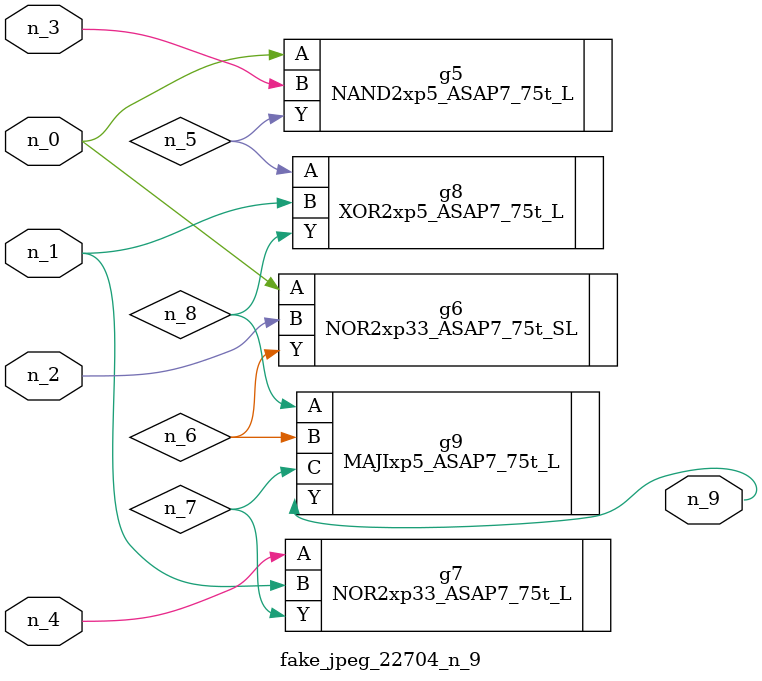
<source format=v>
module fake_jpeg_22704_n_9 (n_3, n_2, n_1, n_0, n_4, n_9);

input n_3;
input n_2;
input n_1;
input n_0;
input n_4;

output n_9;

wire n_8;
wire n_6;
wire n_5;
wire n_7;

NAND2xp5_ASAP7_75t_L g5 ( 
.A(n_0),
.B(n_3),
.Y(n_5)
);

NOR2xp33_ASAP7_75t_SL g6 ( 
.A(n_0),
.B(n_2),
.Y(n_6)
);

NOR2xp33_ASAP7_75t_L g7 ( 
.A(n_4),
.B(n_1),
.Y(n_7)
);

XOR2xp5_ASAP7_75t_L g8 ( 
.A(n_5),
.B(n_1),
.Y(n_8)
);

MAJIxp5_ASAP7_75t_L g9 ( 
.A(n_8),
.B(n_6),
.C(n_7),
.Y(n_9)
);


endmodule
</source>
